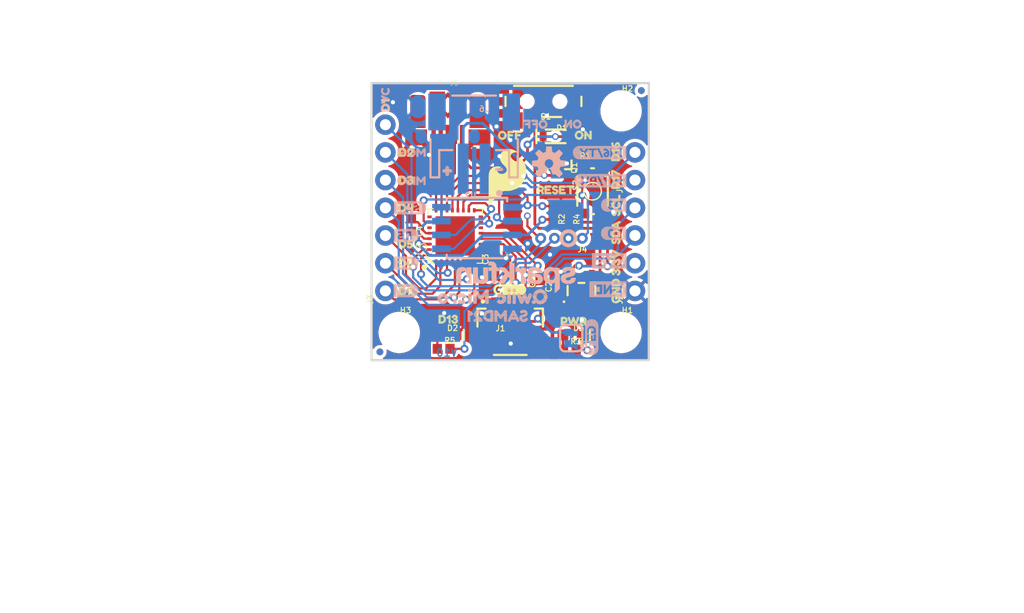
<source format=kicad_pcb>
(kicad_pcb (version 20221018) (generator pcbnew)
  (layers (0 "F.Cu" signal) (1 "In1.Cu" signal) (2 "In2.Cu" signal) (31 "B.Cu" signal) (34 "B.Paste" user) (35 "F.Paste" user) (36 "B.SilkS" user "B.Silkscreen") (37 "F.SilkS" user "F.Silkscreen") (38 "B.Mask" user) (39 "F.Mask" user) (44 "Edge.Cuts" user))
  (net 0 "")
  (net 1 "GND")
  (net 2 "DAC")
  (net 3 "~{RESET}")
  (net 4 "SWDIO")
  (net 5 "SWCLK")
  (net 6 "D+")
  (net 7 "D-")
  (net 8 "SCL")
  (net 9 "SDA")
  (net 10 "RX")
  (net 11 "TX")
  (net 12 "D7")
  (net 13 "3.3V")
  (net 14 "MOSI")
  (net 15 "MISO")
  (net 16 "SCK")
  (net 17 "FLASH_MOSI")
  (net 18 "FLASH_SCK")
  (net 19 "FLASH_MISO")
  (net 20 "VIN")
  (net 21 "D5")
  (net 22 "FLASH_CS")
  (net 23 "VDDCORE")
  (net 24 "D13")
  (net 25 "VIN1")
  (net 26 "V_BATT")
  (net 27 "V_USB")
  (net 28 "N$1")
  (net 29 "N$2")
  (net 30 "N$4")
  (net 31 "D6")
  (footprint "working:1X07_NO_SILK" (layer "F.Cu") (at 137.0711 111.3536 90)
    (fp_text reference "J3")
    (fp_text value "")
  )
  (footprint "working:D41" (layer "F.Cu") (at 137.5791 103.7336)
    (fp_text reference "U$37" hide)
    (fp_text value "" hide)
  )
  (footprint "working:D52" (layer "F.Cu") (at 137.5918 107.0356)
    (fp_text reference "U$38" hide)
    (fp_text value "" hide)
  )
  (footprint "working:1X02_NO_SILK" (layer "F.Cu") (at 159.9311 101.1936 90)
    (fp_text reference "J7")
    (fp_text value "")
  )
  (footprint "working:JST04_1MM_RA" (layer "F.Cu") (at 148.5011 112.6236)
    (fp_text reference "J1")
    (fp_text value "QWIIC_RIGHT_ANGLE")
  )
  (footprint "working:ON12" (layer "F.Cu") (at 153.7208 97.0661)
    (fp_text reference "U$46" hide)
    (fp_text value "" hide)
  )
  (footprint "working:0603" (layer "F.Cu") (at 147.0025 109.0168 90)
    (fp_text reference "C3")
    (fp_text value "10uF")
  )
  (footprint "working:SOT23-3" (layer "F.Cu") (at 152.7175 99.4918 180)
    (fp_text reference "Q1")
    (fp_text value "3.1A/30V/105mΩ")
  )
  (footprint "working:PWR16" (layer "F.Cu") (at 152.4381 114.1349)
    (fp_text reference "U$47" hide)
    (fp_text value "" hide)
  )
  (footprint "working:LED-0603" (layer "F.Cu") (at 142.6591 115.3922)
    (fp_text reference "D2")
    (fp_text value "BLUE")
  )
  (footprint "working:SFE_LOGO_FLAME_.2" (layer "F.Cu") (at 148.2471 100.9396)
    (fp_text reference "LOGO2" hide)
    (fp_text value "SFE_LOGO_FLAME.2_INCH" hide)
  )
  (footprint "working:CREATIVE_COMMONS" (layer "F.Cu") (at 122.0851 137.7696)
    (fp_text reference "FRAME1" hide)
    (fp_text value "FRAME-LETTER" hide)
  )
  (footprint "working:0402" (layer "F.Cu") (at 155.9306 98.2091 180)
    (fp_text reference "R1")
    (fp_text value "10k")
  )
  (footprint "working:D33" (layer "F.Cu") (at 137.5791 101.1936)
    (fp_text reference "U$36" hide)
    (fp_text value "" hide)
  )
  (footprint "working:STAND-OFF" (layer "F.Cu") (at 138.3411 115.1636)
    (fp_text reference "H3")
    (fp_text value "STAND-OFF")
  )
  (footprint "working:TP_15TH" (layer "F.Cu") (at 150.0759 104.4702)
    (fp_text reference "TP3" hide)
    (fp_text value "TEST-POINTTP_15TH_THRU" hide)
  )
  (footprint "working:D177" (layer "F.Cu") (at 158.1531 102.7176 90)
    (fp_text reference "U$8" hide)
    (fp_text value "" hide)
  )
  (footprint "working:D166" (layer "F.Cu") (at 158.1531 100.1776 90)
    (fp_text reference "U$7" hide)
    (fp_text value "" hide)
  )
  (footprint "working:LED-0603" (layer "F.Cu") (at 154.2161 115.3922)
    (fp_text reference "D3")
    (fp_text value "RED")
  )
  (footprint "working:SOD-323" (layer "F.Cu") (at 152.6667 97.1804)
    (fp_text reference "D1")
    (fp_text value "1A/23V/620mV")
  )
  (footprint "working:1X04_NO_SILK" (layer "F.Cu") (at 159.9311 111.3536 90)
    (fp_text reference "J2")
    (fp_text value "")
  )
  (footprint "working:FIDUCIAL-MICRO" (layer "F.Cu") (at 160.5153 92.9894)
    (fp_text reference "FD3" hide)
    (fp_text value "FIDUCIALUFIDUCIAL" hide)
  )
  (footprint "working:TP_15TH" (layer "F.Cu") (at 151.6253 100.7618)
    (fp_text reference "TP2" hide)
    (fp_text value "TEST-POINTTP_15TH_THRU" hide)
  )
  (footprint "working:GND11" (layer "F.Cu") (at 158.1785 113.1824 90)
    (fp_text reference "U$44" hide)
    (fp_text value "" hide)
  )
  (footprint "working:0603" (layer "F.Cu") (at 151.2951 111.125 90)
    (fp_text reference "C1")
    (fp_text value "10uF")
  )
  (footprint "working:D21" (layer "F.Cu") (at 137.5791 98.6536)
    (fp_text reference "U$28" hide)
    (fp_text value "" hide)
  )
  (footprint "working:D136" (layer "F.Cu") (at 141.2113 113.9444)
    (fp_text reference "U$29" hide)
    (fp_text value "" hide)
  )
  (footprint "working:STAND-OFF" (layer "F.Cu") (at 158.6611 94.8436)
    (fp_text reference "H2")
    (fp_text value "STAND-OFF")
  )
  (footprint "working:RESET0" (layer "F.Cu") (at 150.2537 102.0826)
    (fp_text reference "U$21" hide)
    (fp_text value "" hide)
  )
  (footprint "working:D12" (layer "F.Cu") (at 137.0711 95.6056 90)
    (fp_text reference "U$6" hide)
    (fp_text value "" hide)
  )
  (footprint "working:SDA9" (layer "F.Cu") (at 158.1785 107.7722 90)
    (fp_text reference "U$50" hide)
    (fp_text value "" hide)
  )
  (footprint "working:D75" (layer "F.Cu") (at 137.5791 111.3536)
    (fp_text reference "U$12" hide)
    (fp_text value "" hide)
  )
  (footprint "working:OFF13" (layer "F.Cu") (at 146.685 97.0788)
    (fp_text reference "U$45" hide)
    (fp_text value "" hide)
  )
  (footprint "working:3#3V10" (layer "F.Cu") (at 158.1785 110.6424 90)
    (fp_text reference "U$5" hide)
    (fp_text value "" hide)
  )
  (footprint "working:0402" (layer "F.Cu") (at 153.8351 104.2162 -90)
    (fp_text reference "R4")
    (fp_text value "10k")
  )
  (footprint "working:SOT23-5" (layer "F.Cu") (at 155.0289 111.3282)
    (fp_text reference "U1")
    (fp_text value "3.3V")
  )
  (footprint "working:FIDUCIAL-MICRO" (layer "F.Cu") (at 136.5631 116.9416)
    (fp_text reference "FD2" hide)
    (fp_text value "FIDUCIALUFIDUCIAL" hide)
  )
  (footprint "working:SWITCH_SPST_SMD_A" (layer "F.Cu") (at 151.5491 93.98)
    (fp_text reference "S1")
    (fp_text value "")
  )
  (footprint "working:D65" (layer "F.Cu") (at 137.5791 108.8136)
    (fp_text reference "U$39" hide)
    (fp_text value "" hide)
  )
  (footprint "working:TACTILE_SWITCH_SMD_4.6X2.8MM" (layer "F.Cu") (at 156.0449 102.2096 90)
    (fp_text reference "S2")
    (fp_text value "MOMENTARY-SWITCH-SPST-SMD-4.6X2.8MM")
  )
  (footprint "working:STAND-OFF" (layer "F.Cu") (at 158.6611 115.1636)
    (fp_text reference "H1")
    (fp_text value "STAND-OFF")
  )
  (footprint "working:QFN-32_SAMD" (layer "F.Cu") (at 143.4211 106.2736 90)
    (fp_text reference "U3")
    (fp_text value "ATSAMD21E18A-U")
  )
  (footprint "working:0402" (layer "F.Cu") (at 153.9621 116.7384)
    (fp_text reference "R3")
    (fp_text value "1K")
  )
  (footprint "working:QWIIC_3MM" (layer "F.Cu") (at 148.463 111.2393)
    (fp_text reference "LOGO4" hide)
    (fp_text value "QWIIC_LOGO_3MM" hide)
  )
  (footprint "working:TP_15TH" (layer "F.Cu") (at 152.6413 97.2058)
    (fp_text reference "TP1" hide)
    (fp_text value "TEST-POINTTP_15TH_THRU" hide)
  )
  (footprint "working:1X04_1.27MM_NO_SILK" (layer "F.Cu") (at 155.1051 106.5276 180)
    (fp_text reference "J4")
    (fp_text value "")
  )
  (footprint "working:0402" (layer "F.Cu") (at 152.7937 111.5314 90)
    (fp_text reference "C2")
    (fp_text value "1.0uF")
  )
  (footprint "working:USB-MICROB-PTH-MILL" (layer "F.Cu") (at 142.7861 97.0026 180)
    (fp_text reference "J5")
    (fp_text value "")
  )
  (footprint "working:0402" (layer "F.Cu") (at 142.4051 116.6622)
    (fp_text reference "R5")
    (fp_text value "1K")
  )
  (footprint "working:SCL8" (layer "F.Cu") (at 158.1785 105.1814 90)
    (fp_text reference "U$49" hide)
    (fp_text value "" hide)
  )
  (footprint "working:0402" (layer "F.Cu") (at 152.4635 104.2162 -90)
    (fp_text reference "R2")
    (fp_text value "10k")
  )
  (footprint "working:0402" (layer "F.Cu") (at 139.428218 105.316022 -90)
    (fp_text reference "C4")
    (fp_text value "1.0uF")
  )
  (footprint "working:OSHW-LOGO-S" (layer "B.Cu") (at 152.0571 99.6696 180)
    (fp_text reference "LOGO3" hide)
    (fp_text value "OSHW-LOGOS" hide)
  )
  (footprint "working:QWIIC2" (layer "B.Cu") (at 153.0731 111.8616 180)
    (fp_text reference "U$10" hide)
    (fp_text value "" hide)
  )
  (footprint "working:D61" (layer "B.Cu") (at 140.1699 108.8136 180)
    (fp_text reference "U$26" hide)
    (fp_text value "" hide)
  )
  (footprint "working:FIDUCIAL-MICRO" (layer "B.Cu") (at 136.5631 116.9416 180)
    (fp_text reference "FD4" hide)
    (fp_text value "FIDUCIALUFIDUCIAL" hide)
  )
  (footprint "working:MISO0" (layer "B.Cu") (at 141.478 101.2444 180)
    (fp_text reference "U$14" hide)
    (fp_text value "" hide)
  )
  (footprint "working:D00" (layer "B.Cu") (at 159.5247 106.0704 180)
    (fp_text reference "U$1" hide)
    (fp_text value "" hide)
  )
  (footprint "working:SOIC-8" (layer "B.Cu") (at 145.4531 105.5878 -90)
    (fp_text reference "U2")
    (fp_text value "W25Q32FV")
  )
  (footprint "working:MICRO2" (layer "B.Cu") (at 147.7391 111.8616 180)
    (fp_text reference "U$23" hide)
    (fp_text value "" hide)
  )
  (footprint "working:LED1" (layer "B.Cu") (at 155.9687 117.3099 90)
    (fp_text reference "U$24" hide)
    (fp_text value "" hide)
  )
  (footprint "working:ON12" (layer "B.Cu") (at 155.7274 96.0501 180)
    (fp_text reference "U$18" hide)
    (fp_text value "" hide)
  )
  (footprint "working:OFF13" (layer "B.Cu") (at 152.6032 96.0628 180)
    (fp_text reference "U$19" hide)
    (fp_text value "" hide)
  )
  (footprint "working:JST-2-SMD" (layer "B.Cu") (at 145.1991 96.4438 180)
    (fp_text reference "J6")
    (fp_text value "")
  )
  (footprint "working:#23" (layer "B.Cu") (at 149.0091 99.9236 180)
    (fp_text reference "U$3" hide)
    (fp_text value "" hide)
  )
  (footprint "working:SAMD213" (layer "B.Cu") (at 151.0411 113.6396 180)
    (fp_text reference "U$15" hide)
    (fp_text value "" hide)
  )
  (footprint "working:SCK7" (layer "B.Cu") (at 141.0335 103.7336 180)
    (fp_text reference "U$20" hide)
    (fp_text value "" hide)
  )
  (footprint "working:FIDUCIAL-MICRO" (layer "B.Cu") (at 160.5153 92.9894 180)
    (fp_text reference "FD1" hide)
    (fp_text value "FIDUCIALUFIDUCIAL" hide)
  )
  (footprint "working:D72" (layer "B.Cu") (at 140.1699 111.3282 180)
    (fp_text reference "U$27" hide)
    (fp_text value "" hide)
  )
  (footprint "working:D16#TX4" (layer "B.Cu") (at 159.4993 98.679 180)
    (fp_text reference "U$9" hide)
    (fp_text value "" hide)
  )
  (footprint "working:MOSI2" (layer "B.Cu") (at 141.4907 98.6536 180)
    (fp_text reference "U$16" hide)
    (fp_text value "" hide)
  )
  (footprint "working:3V3-03" (layer "B.Cu") (at 159.6263 108.6104 180)
    (fp_text reference "U$17" hide)
    (fp_text value "" hide)
  )
  (footprint "working:DAC1" (layer "B.Cu") (at 137.0711 95.6056 90)
    (fp_text reference "U$13" hide)
    (fp_text value "" hide)
  )
  (footprint "working:SFE_LOGO_NAME_.1" (layer "B.Cu") (at 149.0091 110.0836 180)
    (fp_text reference "LOGO1" hide)
    (fp_text value "SFE_LOGO_NAME.1_INCH" hide)
  )
  (footprint "working:#24" (layer "B.Cu") (at 144.3101 100.1776 180)
    (fp_text reference "U$4" hide)
    (fp_text value "" hide)
  )
  (footprint "working:D50" (layer "B.Cu") (at 140.1699 106.2736 180)
    (fp_text reference "U$25" hide)
    (fp_text value "" hide)
  )
  (footprint "working:D85" (layer "B.Cu") (at 159.4993 103.4796 180)
    (fp_text reference "U$22" hide)
    (fp_text value "" hide)
  )
  (footprint "working:GND-03" (layer "B.Cu") (at 159.5755 111.2012 180)
    (fp_text reference "U$2" hide)
    (fp_text value "" hide)
  )
  (footprint "working:D17#RX3" (layer "B.Cu") (at 159.4993 101.2444 180)
    (fp_text reference "U$11" hide)
    (fp_text value "" hide)
  )
  (footprint "working:SMT-JUMPER_2_NC_TRACE_SILK" (layer "B.Cu") (at 154.0891 115.6716 90)
    (fp_text reference "JP1")
    (fp_text value "LED")
  )
  (gr_circle (center 153.8351 106.5276) (end 154.4955 106.5276) (stroke (width 0.3048)) (fill none) (layer "B.SilkS"))
  (gr_circle (center 153.8351 106.5276) (end 154.478175 106.5276) (stroke (width 0.3048)) (fill none) (layer "F.SilkS"))
  (gr_line (start 161.2011 117.7036) (end 161.2011 92.3036) (stroke (width 0.2032)) (layer "Edge.Cuts"))
  (gr_line (start 135.8011 117.7036) (end 161.2011 117.7036) (stroke (width 0.2032)) (layer "Edge.Cuts"))
  (gr_line (start 161.2011 92.3036) (end 135.8011 92.3036) (stroke (width 0.2032)) (layer "Edge.Cuts"))
  (gr_line (start 135.8011 92.3036) (end 135.8011 117.7036) (stroke (width 0.2032)) (layer "Edge.Cuts"))
  (gr_text "V10" (at 143.7259 117.4242) (layer "B.Cu") (effects (font (size 0.69088 0.69088) (thickness 0.12192)) (justify left bottom mirror)))
  (segment (start 139.428218 104.736022) (end 139.726278 105.034082) (width 0.254) (layer "F.Cu") (net 1))
  (segment (start 143.4611 106.3136) (end 142.1471 106.3136) (width 0.2032) (layer "F.Cu") (net 1))
  (segment (start 145.1991 107.5636) (end 145.8111 107.5636) (width 0.2032) (layer "F.Cu") (net 1))
  (segment (start 140.014959 105.034082) (end 140.190218 105.209341) (width 0.2032) (layer "F.Cu") (net 1))
  (segment (start 140.190218 105.209341) (end 140.190218 105.468419) (width 0.2032) (layer "F.Cu") (net 1))
  (segment (start 143.4611 106.3136) (end 143.9491 106.3136) (width 0.2032) (layer "F.Cu") (net 1))
  (segment (start 139.726278 105.034082) (end 140.014959 105.034082) (width 0.2032) (layer "F.Cu") (net 1))
  (segment (start 147.0025 108.1668) (end 146.3993 107.5636) (width 0.254) (layer "F.Cu") (net 1))
  (segment (start 142.1471 106.3136) (end 141.8971 106.0636) (width 0.2032) (layer "F.Cu") (net 1))
  (segment (start 143.9491 106.3136) (end 145.1991 107.5636) (width 0.2032) (layer "F.Cu") (net 1))
  (segment (start 140.7854 106.0636) (end 140.190218 105.468419) (width 0.2032) (layer "F.Cu") (net 1))
  (segment (start 141.1111 106.0636) (end 140.7854 106.0636) (width 0.2032) (layer "F.Cu") (net 1))
  (segment (start 146.3993 107.5636) (end 145.8111 107.5636) (width 0.254) (layer "F.Cu") (net 1))
  (segment (start 141.8971 106.0636) (end 141.1111 106.0636) (width 0.2032) (layer "F.Cu") (net 1))
  (via (at 142.4559 113.3856) (size 0.7366) (drill 0.381) (layers "F.Cu" "B.Cu") (net 1))
  (via (at 137.7569 94.0562) (size 0.7366) (drill 0.381) (layers "F.Cu" "B.Cu") (net 1))
  (via (at 150.1013 107.0102) (size 0.7366) (drill 0.381) (layers "F.Cu" "B.Cu") (net 1))
  (via (at 151.8539 95.2754) (size 0.7366) (drill 0.381) (layers "F.Cu" "B.Cu") (net 1))
  (via (at 157.9499 104.1146) (size 0.7366) (drill 0.381) (layers "F.Cu" "B.Cu") (net 1))
  (via (at 145.9103 113.411) (size 0.7366) (drill 0.381) (layers "F.Cu" "B.Cu") (net 1))
  (via (at 147.2438 96.2787) (size 0.7366) (drill 0.381) (layers "F.Cu" "B.Cu") (net 1))
  (via (at 148.5138 97.5233) (size 0.7366) (drill 0.381) (layers "F.Cu" "B.Cu") (net 1))
  (via (at 147.5232 98.9965) (size 0.7366) (drill 0.381) (layers "F.Cu" "B.Cu") (net 1))
  (via (at 152.146 108.0262) (size 0.7366) (drill 0.381) (layers "F.Cu" "B.Cu") (net 1))
  (via (at 155.067 114.0206) (size 0.7366) (drill 0.381) (layers "F.Cu" "B.Cu") (net 1))
  (via (at 153.6954 99.6696) (size 0.7366) (drill 0.381) (layers "F.Cu" "B.Cu") (net 1))
  (via (at 141.0589 98.8822) (size 0.7366) (drill 0.381) (layers "F.Cu" "B.Cu") (net 1))
  (via (at 148.1201 108.3564) (size 0.7366) (drill 0.381) (layers "F.Cu" "B.Cu") (net 1))
  (via (at 155.1559 96.5454) (size 0.7366) (drill 0.381) (layers "F.Cu" "B.Cu") (net 1))
  (via (at 145.9103 110.109) (size 0.7366) (drill 0.381) (layers "F.Cu" "B.Cu") (net 1))
  (via (at 148.5519 116.1796) (size 0.7366) (drill 0.381) (layers "F.Cu" "B.Cu") (net 1))
  (via (at 153.1366 109.601) (size 0.7366) (drill 0.381) (layers "F.Cu" "B.Cu") (net 1))
  (segment (start 142.7734 109.6899) (end 142.7111 109.6276) (width 0.2032) (layer "F.Cu") (net 2))
  (segment (start 142.7111 108.6636) (end 142.7111 109.6276) (width 0.2032) (layer "F.Cu") (net 2))
  (via (at 142.7734 109.6899) (size 0.7366) (drill 0.381) (layers "F.Cu" "B.Cu") (net 2))
  (segment (start 139.4587 98.5012) (end 137.0711 96.1136) (width 0.2032) (layer "B.Cu") (net 2))
  (segment (start 139.4587 107.300713) (end 141.873287 109.7153) (width 0.2032) (layer "B.Cu") (net 2))
  (segment (start 142.748 109.7153) (end 142.7734 109.6899) (width 0.2032) (layer "B.Cu") (net 2))
  (segment (start 141.873287 109.7153) (end 142.748 109.7153) (width 0.2032) (layer "B.Cu") (net 2))
  (segment (start 139.4587 107.300713) (end 139.4587 98.5012) (width 0.2032) (layer "B.Cu") (net 2))
  (segment (start 154.6099 104.2596) (end 155.2449 104.2596) (width 0.2032) (layer "F.Cu") (net 3))
  (segment (start 140.7125 105.0636) (end 141.1111 105.0636) (width 0.2032) (layer "F.Cu") (net 3))
  (segment (start 154.2659 103.9156) (end 154.1145 103.9156) (width 0.2032) (layer "F.Cu") (net 3))
  (segment (start 140.5763 104.9274) (end 140.7125 105.0636) (width 0.2032) (layer "F.Cu") (net 3))
  (segment (start 153.8351 103.6362) (end 154.1145 103.9156) (width 0.2032) (layer "F.Cu") (net 3))
  (segment (start 155.1051 102.5906) (end 155.1051 100.2994) (width 0.2032) (layer "F.Cu") (net 3))
  (segment (start 155.1051 100.2994) (end 155.2449 100.1596) (width 0.2032) (layer "F.Cu") (net 3))
  (segment (start 140.5763 104.9274) (end 140.5763 103.0478) (width 0.2032) (layer "F.Cu") (net 3))
  (segment (start 154.6099 104.2596) (end 154.2659 103.9156) (width 0.2032) (layer "F.Cu") (net 3))
  (segment (start 155.1051 102.5906) (end 155.1051 104.1198) (width 0.2032) (layer "F.Cu") (net 3))
  (segment (start 155.1051 104.1198) (end 155.2449 104.2596) (width 0.2032) (layer "F.Cu") (net 3))
  (via (at 140.5763 103.0478) (size 0.7366) (drill 0.381) (layers "F.Cu" "B.Cu") (net 3))
  (via (at 155.1051 102.5906) (size 0.7366) (drill 0.381) (layers "F.Cu" "B.Cu") (net 3))
  (segment (start 155.6131 102.9462) (end 155.2575 102.5906) (width 0.2032) (layer "B.Cu") (net 3))
  (segment (start 155.6131 106.0196) (end 155.6131 102.9462) (width 0.2032) (layer "B.Cu") (net 3))
  (segment (start 155.1051 106.5276) (end 155.6131 106.0196) (width 0.2032) (layer "B.Cu") (net 3))
  (segment (start 149.606 102.9716) (end 150.0251 102.5525) (width 0.2032) (layer "B.Cu") (net 3))
  (segment (start 140.5763 103.0478) (end 140.6525 102.9716) (width 0.2032) (layer "B.Cu") (net 3))
  (segment (start 140.6525 102.9716) (end 149.606 102.9716) (width 0.2032) (layer "B.Cu") (net 3))
  (segment (start 155.067 102.5525) (end 150.0251 102.5525) (width 0.2032) (layer "B.Cu") (net 3))
  (segment (start 155.2575 102.5906) (end 155.1051 102.5906) (width 0.2032) (layer "B.Cu") (net 3))
  (segment (start 155.1051 102.5906) (end 155.067 102.5525) (width 0.2032) (layer "B.Cu") (net 3))
  (segment (start 151.2951 106.5276) (end 151.1808 106.5276) (width 0.2032) (layer "F.Cu") (net 4))
  (segment (start 150.0759 104.4702) (end 150.0759 105.4227) (width 0.2032) (layer "F.Cu") (net 4))
  (segment (start 140.335 108.3437) (end 140.335 109.8169) (width 0.2032) (layer "F.Cu") (net 4))
  (segment (start 140.6151 108.0636) (end 141.1111 108.0636) (width 0.2032) (layer "F.Cu") (net 4))
  (segment (start 140.335 108.3437) (end 140.6151 108.0636) (width 0.2032) (layer "F.Cu") (net 4))
  (segment (start 151.1808 106.5276) (end 150.0759 105.4227) (width 0.2032) (layer "F.Cu") (net 4))
  (via (at 140.335 109.8169) (size 0.7366) (drill 0.381) (layers "F.Cu" "B.Cu") (net 4))
  (segment (start 149.1234 108.4072) (end 146.6088 110.9218) (width 0.2032) (layer "B.Cu") (net 4))
  (segment (start 151.2951 107.0356) (end 151.2951 106.5276) (width 0.2032) (layer "B.Cu") (net 4))
  (segment (start 140.9573 110.9218) (end 146.6088 110.9218) (width 0.2032) (layer "B.Cu") (net 4))
  (segment (start 140.335 109.8169) (end 140.335 110.2995) (width 0.2032) (layer "B.Cu") (net 4))
  (segment (start 149.9235 108.4072) (end 149.1234 108.4072) (width 0.2032) (layer "B.Cu") (net 4))
  (segment (start 149.9235 108.4072) (end 151.2951 107.0356) (width 0.2032) (layer "B.Cu") (net 4))
  (segment (start 140.335 110.2995) (end 140.9573 110.9218) (width 0.2032) (layer "B.Cu") (net 4))
  (segment (start 140.4801 107.5636) (end 141.1111 107.5636) (width 0.2032) (layer "F.Cu") (net 5))
  (segment (start 139.6111 108.4326) (end 140.4801 107.5636) (width 0.2032) (layer "F.Cu") (net 5))
  (segment (start 139.6111 108.4326) (end 139.6111 109.1438) (width 0.2032) (layer "F.Cu") (net 5))
  (via (at 139.6111 109.1438) (size 0.7366) (drill 0.381) (layers "F.Cu" "B.Cu") (net 5))
  (segment (start 140.7795 111.3028) (end 146.7739 111.3028) (width 0.2032) (layer "B.Cu") (net 5))
  (segment (start 146.7739 111.3028) (end 149.2885 108.7882) (width 0.2032) (layer "B.Cu") (net 5))
  (segment (start 139.6111 109.1438) (end 139.6111 110.1344) (width 0.2032) (layer "B.Cu") (net 5))
  (segment (start 150.3045 108.7882) (end 152.5651 106.5276) (width 0.2032) (layer "B.Cu") (net 5))
  (segment (start 149.2885 108.7882) (end 150.3045 108.7882) (width 0.2032) (layer "B.Cu") (net 5))
  (segment (start 139.6111 110.1344) (end 140.7795 111.3028) (width 0.2032) (layer "B.Cu") (net 5))
  (segment (start 141.7111 101.5066) (end 141.7111 103.9636) (width 0.2032) (layer "F.Cu") (net 6))
  (segment (start 141.7111 101.5066) (end 142.7861 100.4316) (width 0.2032) (layer "F.Cu") (net 6))
  (segment (start 142.7861 100.4316) (end 142.7861 97.0026) (width 0.2032) (layer "F.Cu") (net 6))
  (segment (start 143.4361 100.5586) (end 142.2111 101.7836) (width 0.2032) (layer "F.Cu") (net 7))
  (segment (start 143.4361 97.0026) (end 143.4361 100.5586) (width 0.2032) (layer "F.Cu") (net 7))
  (segment (start 142.2111 101.7836) (end 142.2111 103.9636) (width 0.2032) (layer "F.Cu") (net 7))
  (segment (start 149.9108 112.5333) (end 149.9108 109.8931) (width 0.2032) (layer "F.Cu") (net 8))
  (segment (start 150.0011 112.6236) (end 149.9108 112.5333) (width 0.2032) (layer "F.Cu") (net 8))
  (segment (start 149.9108 109.8931) (end 149.9108 108.5469) (width 0.2032) (layer "F.Cu") (net 8))
  (segment (start 149.9108 108.5469) (end 147.9275 106.5636) (width 0.2032) (layer "F.Cu") (net 8))
  (segment (start 147.9275 106.5636) (end 145.8111 106.5636) (width 0.2032) (layer "F.Cu") (net 8))
  (via (at 149.9108 109.8931) (size 0.7366) (drill 0.381) (layers "F.Cu" "B.Cu") (net 8))
  (segment (start 149.9108 109.8931) (end 151.3586 109.8931) (width 0.2032) (layer "B.Cu") (net 8))
  (segment (start 158.369 107.5436) (end 158.369 105.2957) (width 0.2032) (layer "B.Cu") (net 8))
  (segment (start 158.369 107.5436) (end 157.9118 108.0008) (width 0.2032) (layer "B.Cu") (net 8))
  (segment (start 153.2509 108.0008) (end 157.9118 108.0008) (width 0.2032) (layer "B.Cu") (net 8))
  (segment (start 151.3586 109.8931) (end 153.2509 108.0008) (width 0.2032) (layer "B.Cu") (net 8))
  (segment (start 158.369 105.2957) (end 159.9311 103.7336) (width 0.2032) (layer "B.Cu") (net 8))
  (segment (start 149.0011 112.6236) (end 149.0011 110.5916) (width 0.2032) (layer "F.Cu") (net 9))
  (segment (start 147.8687 107.0636) (end 145.8111 107.0636) (width 0.2032) (layer "F.Cu") (net 9))
  (segment (start 149.0011 108.196) (end 149.0011 110.5916) (width 0.2032) (layer "F.Cu") (net 9))
  (segment (start 149.0011 108.196) (end 147.8687 107.0636) (width 0.2032) (layer "F.Cu") (net 9))
  (via (at 149.0011 110.5916) (size 0.7366) (drill 0.381) (layers "F.Cu" "B.Cu") (net 9))
  (segment (start 158.0769 108.3818) (end 159.9311 106.5276) (width 0.2032) (layer "B.Cu") (net 9))
  (segment (start 149.0011 110.5916) (end 151.2189 110.5916) (width 0.2032) (layer "B.Cu") (net 9))
  (segment (start 153.4287 108.3818) (end 158.0769 108.3818) (width 0.2032) (layer "B.Cu") (net 9))
  (segment (start 159.9311 106.2736) (end 159.9311 106.5276) (width 0.2032) (layer "B.Cu") (net 9))
  (segment (start 151.2189 110.5916) (end 153.4287 108.3818) (width 0.2032) (layer "B.Cu") (net 9))
  (segment (start 143.9037 100.8126) (end 142.7111 102.0052) (width 0.2032) (layer "F.Cu") (net 10))
  (segment (start 143.9037 100.8126) (end 149.7076 100.8126) (width 0.2032) (layer "F.Cu") (net 10))
  (segment (start 142.7111 102.0052) (end 142.7111 103.9636) (width 0.2032) (layer "F.Cu") (net 10))
  (via (at 149.7076 100.8126) (size 0.7366) (drill 0.381) (layers "F.Cu" "B.Cu") (net 10))
  (segment (start 149.7076 100.8126) (end 149.9235 100.8126) (width 0.2032) (layer "B.Cu") (net 10))
  (segment (start 157.1371 101.4476) (end 159.9311 98.6536) (width 0.2032) (layer "B.Cu") (net 10))
  (segment (start 150.5585 101.4476) (end 149.9235 100.8126) (width 0.2032) (layer "B.Cu") (net 10))
  (segment (start 150.5585 101.4476) (end 157.1371 101.4476) (width 0.2032) (layer "B.Cu") (net 10))
  (segment (start 143.9291 101.473) (end 148.6662 101.473) (width 0.2032) (layer "F.Cu") (net 11))
  (segment (start 143.2111 102.191) (end 143.2111 103.9636) (width 0.2032) (layer "F.Cu") (net 11))
  (segment (start 148.6662 101.473) (end 148.6789 101.4603) (width 0.2032) (layer "F.Cu") (net 11))
  (segment (start 143.9291 101.473) (end 143.2111 102.191) (width 0.2032) (layer "F.Cu") (net 11))
  (via (at 148.6789 101.4603) (size 0.7366) (drill 0.381) (layers "F.Cu" "B.Cu") (net 11))
  (segment (start 150.3934 101.8413) (end 150.0124 101.4603) (width 0.2032) (layer "B.Cu") (net 11))
  (segment (start 159.9311 101.1936) (end 158.1531 101.1936) (width 0.2032) (layer "B.Cu") (net 11))
  (segment (start 150.0124 101.4603) (end 148.6789 101.4603) (width 0.2032) (layer "B.Cu") (net 11))
  (segment (start 157.5054 101.8413) (end 150.3934 101.8413) (width 0.2032) (layer "B.Cu") (net 11))
  (segment (start 158.1531 101.1936) (end 157.5054 101.8413) (width 0.2032) (layer "B.Cu") (net 11))
  (segment (start 142.0749 112.1283) (end 137.8458 112.1283) (width 0.2032) (layer "F.Cu") (net 12))
  (segment (start 143.4338 109.5248) (end 143.4338 110.7694) (width 0.2032) (layer "F.Cu") (net 12))
  (segment (start 143.4338 110.7694) (end 142.0749 112.1283) (width 0.2032) (layer "F.Cu") (net 12))
  (segment (start 143.7111 109.2475) (end 143.7111 108.6636) (width 0.2032) (layer "F.Cu") (net 12))
  (segment (start 137.8458 112.1283) (end 137.0711 111.3536) (width 0.2032) (layer "F.Cu") (net 12))
  (segment (start 143.4338 109.5248) (end 143.7111 109.2475) (width 0.2032) (layer "F.Cu") (net 12))
  (segment (start 151.2951 113.6396) (end 151.0411 113.8936) (width 0.254) (layer "F.Cu") (net 13))
  (segment (start 148.0011 113.7746) (end 148.3741 114.1476) (width 0.254) (layer "F.Cu") (net 13))
  (segment (start 154.4447 109.0422) (end 154.0789 109.408) (width 0.254) (layer "F.Cu") (net 13))
  (segment (start 153.1281 112.1114) (end 154.0789 111.1606) (width 0.254) (layer "F.Cu") (net 13))
  (segment (start 156.4259 105.0544) (end 157.4165 106.045) (width 0.254) (layer "F.Cu") (net 13))
  (segment (start 140.4187 107.0102) (end 140.4721 107.0636) (width 0.254) (layer "F.Cu") (net 13))
  (segment (start 152.7937 112.1114) (end 153.1281 112.1114) (width 0.254) (layer "F.Cu") (net 13))
  (segment (start 145.8111 108.0636) (end 145.8111 108.6754) (width 0.254) (layer "F.Cu") (net 13))
  (segment (start 154.0933 105.0544) (end 153.8351 104.7962) (width 0.254) (layer "F.Cu") (net 13))
  (segment (start 145.8111 108.6754) (end 147.0025 109.8668) (width 0.254) (layer "F.Cu") (net 13))
  (segment (start 152.4635 104.7962) (end 151.4771 104.7962) (width 0.254) (layer "F.Cu") (net 13))
  (segment (start 151.4475 104.8258) (end 151.4771 104.7962) (width 0.254) (layer "F.Cu") (net 13))
  (segment (start 154.0789 109.408) (end 154.0789 110.0281) (width 0.254) (layer "F.Cu") (net 13))
  (segment (start 150.7871 114.1476) (end 151.0411 113.8936) (width 0.254) (layer "F.Cu") (net 13))
  (segment (start 154.8003 109.0422) (end 154.4447 109.0422) (width 0.254) (layer "F.Cu") (net 13))
  (segment (start 148.0011 112.6236) (end 148.0011 113.7746) (width 0.254) (layer "F.Cu") (net 13))
  (segment (start 157.4165 106.045) (end 157.4165 109.0803) (width 0.254) (layer "F.Cu") (net 13))
  (segment (start 151.2951 111.975) (end 151.2951 113.6396) (width 0.254) (layer "F.Cu") (net 13))
  (segment (start 154.0789 111.1606) (end 154.0789 110.0281) (width 0.254) (layer "F.Cu") (net 13))
  (segment (start 140.4721 107.0636) (end 141.1111 107.0636) (width 0.254) (layer "F.Cu") (net 13))
  (segment (start 151.2951 111.975) (end 151.4315 112.1114) (width 0.254) (layer "F.Cu") (net 13))
  (segment (start 156.4259 105.0544) (end 154.0933 105.0544) (width 0.254) (layer "F.Cu") (net 13))
  (segment (start 140.4187 107.0102) (end 140.1191 107.0102) (width 0.254) (layer "F.Cu") (net 13))
  (segment (start 153.8351 104.7962) (end 152.4635 104.7962) (width 0.254) (layer "F.Cu") (net 13))
  (segment (start 148.0011 110.8654) (end 147.0025 109.8668) (width 0.254) (layer "F.Cu") (net 13))
  (segment (start 152.7937 112.1114) (end 151.4315 112.1114) (width 0.254) (layer "F.Cu") (net 13))
  (segment (start 148.3741 114.1476) (end 150.7871 114.1476) (width 0.254) (layer "F.Cu") (net 13))
  (segment (start 148.0011 112.6236) (end 148.0011 110.8654) (width 0.254) (layer "F.Cu") (net 13))
  (via (at 154.8003 109.0422) (size 0.7366) (drill 0.381) (layers "F.Cu" "B.Cu") (net 13))
  (via (at 151.0411 113.8936) (size 0.7366) (drill 0.381) (layers "F.Cu" "B.Cu") (net 13))
  (via (at 140.1191 107.0102) (size 0.7366) (drill 0.381) (layers "F.Cu" "B.Cu") (net 13))
  (via (at 151.4475 104.8258) (size 0.7366) (drill 0.381) (layers "F.Cu" "B.Cu") (net 13))
  (via (at 157.4165 109.0803) (size 0.7366) (drill 0.381) (layers "F.Cu" "B.Cu") (net 13))
  (segment (start 151.4475 104.8766) (end 151.4475 104.8258) (width 0.254) (layer "B.Cu") (net 13))
  (segment (start 142.1511 105.0036) (end 141.8209 105.0036) (width 0.2032) (layer "B.Cu") (net 13))
  (segment (start 158.9024 109.0803) (end 159.1691 108.8136) (width 0.254) (layer "B.Cu") (net 13))
  (segment (start 148.7043 106.2228) (end 148.6535 106.2736) (width 0.254) (layer "B.Cu") (net 13))
  (segment (start 141.8209 105.0036) (end 140.8811 105.0036) (width 0.254) (layer "B.Cu") (net 13))
  (segment (start 142.2019 104.9528) (end 142.1511 105.0036) (width 0.2032) (layer "B.Cu") (net 13))
  (segment (start 154.8003 109.0422) (end 154.8384 109.0803) (width 0.254) (layer "B.Cu") (net 13))
  (segment (start 159.1691 108.8136) (end 159.9311 108.8136) (width 0.254) (layer "B.Cu") (net 13))
  (segment (start 144.1323 108.1024) (end 141.1097 108.1024) (width 0.254) (layer "B.Cu") (net 13))
  (segment (start 145.9611 106.2736) (end 144.1323 108.1024) (width 0.254) (layer "B.Cu") (net 13))
  (segment (start 150.1013 106.2228) (end 151.4475 104.8766) (width 0.254) (layer "B.Cu") (net 13))
  (segment (start 140.1191 107.1118) (end 140.1191 107.0102) (width 0.254) (layer "B.Cu") (net 13))
  (segment (start 148.7043 106.2228) (end 150.1013 106.2228) (width 0.254) (layer "B.Cu") (net 13))
  (segment (start 157.4165 109.0803) (end 158.9024 109.0803) (width 0.254) (layer "B.Cu") (net 13))
  (segment (start 148.6535 106.2736) (end 145.9611 106.2736) (width 0.254) (layer "B.Cu") (net 13))
  (segment (start 140.1191 105.7656) (end 140.1191 107.0102) (width 0.254) (layer "B.Cu") (net 13))
  (segment (start 142.2019 104.9528) (end 142.2019 103.6828) (width 0.254) (layer "B.Cu") (net 13))
  (segment (start 152.3111 115.1636) (end 154.0891 115.1509) (width 0.254) (layer "B.Cu") (net 13))
  (segment (start 140.8811 105.0036) (end 140.1191 105.7656) (width 0.254) (layer "B.Cu") (net 13))
  (segment (start 157.4165 109.0803) (end 154.8384 109.0803) (width 0.254) (layer "B.Cu") (net 13))
  (segment (start 141.1097 108.1024) (end 140.1191 107.1118) (width 0.254) (layer "B.Cu") (net 13))
  (segment (start 151.0411 113.8936) (end 152.3111 115.1636) (width 0.254) (layer "B.Cu") (net 13))
  (segment (start 144.5387 110.2741) (end 144.7111 110.1017) (width 0.2032) (layer "F.Cu") (net 14))
  (segment (start 144.7111 110.1017) (end 144.7111 108.6636) (width 0.2032) (layer "F.Cu") (net 14))
  (via (at 144.5387 110.2741) (size 0.7366) (drill 0.381) (layers "F.Cu" "B.Cu") (net 14))
  (segment (start 144.4625 110.3503) (end 141.9606 110.3503) (width 0.2032) (layer "B.Cu") (net 14))
  (segment (start 144.5387 110.2741) (end 144.4625 110.3503) (width 0.2032) (layer "B.Cu") (net 14))
  (segment (start 139.0777 107.4674) (end 141.9606 110.3503) (width 0.2032) (layer "B.Cu") (net 14))
  (segment (start 139.0777 100.6602) (end 139.0777 107.4674) (width 0.2032) (layer "B.Cu") (net 14))
  (segment (start 137.0711 98.6536) (end 139.0777 100.6602) (width 0.2032) (layer "B.Cu") (net 14))
  (segment (start 144.2111 109.2936) (end 144.2111 108.6636) (width 0.2032) (layer "F.Cu") (net 15))
  (segment (start 143.8402 109.6645) (end 144.2111 109.2936) (width 0.2032) (layer "F.Cu") (net 15))
  (segment (start 143.8402 111.4679) (end 143.3449 111.9632) (width 0.2032) (layer "F.Cu") (net 15))
  (segment (start 143.8402 109.6645) (end 143.8402 111.4679) (width 0.2032) (layer "F.Cu") (net 15))
  (via (at 143.3449 111.9632) (size 0.7366) (drill 0.381) (layers "F.Cu" "B.Cu") (net 15))
  (segment (start 138.684 109.7661) (end 138.684 102.8065) (width 0.2032) (layer "B.Cu") (net 15))
  (segment (start 140.8811 111.9632) (end 143.3449 111.9632) (width 0.2032) (layer "B.Cu") (net 15))
  (segment (start 138.684 109.7661) (end 140.8811 111.9632) (width 0.2032) (layer "B.Cu") (net 15))
  (segment (start 138.684 102.8065) (end 137.0711 101.1936) (width 0.2032) (layer "B.Cu") (net 15))
  (segment (start 145.2111 111.4051) (end 145.2111 108.6636) (width 0.2032) (layer "F.Cu") (net 16))
  (segment (start 144.4625 112.1537) (end 145.2111 111.4051) (width 0.2032) (layer "F.Cu") (net 16))
  (via (at 144.4625 112.1537) (size 0.7366) (drill 0.381) (layers "F.Cu" "B.Cu") (net 16))
  (segment (start 143.9672 112.649) (end 140.9827 112.649) (width 0.2032) (layer "B.Cu") (net 16))
  (segment (start 140.9827 112.649) (end 138.2903 109.9566) (width 0.2032) (layer "B.Cu") (net 16))
  (segment (start 138.2903 104.9528) (end 137.0711 103.7336) (width 0.2032) (layer "B.Cu") (net 16))
  (segment (start 144.4625 112.1537) (end 143.9672 112.649) (width 0.2032) (layer "B.Cu") (net 16))
  (segment (start 138.2903 109.9566) (end 138.2903 104.9528) (width 0.2032) (layer "B.Cu") (net 16))
  (segment (start 145.9371 103.9636) (end 145.2111 103.9636) (width 0.2032) (layer "F.Cu") (net 17))
  (segment (start 146.5707 105.1814) (end 146.5707 104.5972) (width 0.2032) (layer "F.Cu") (net 17))
  (segment (start 146.5707 104.5972) (end 145.9371 103.9636) (width 0.2032) (layer "F.Cu") (net 17))
  (via (at 146.5707 105.1814) (size 0.7366) (drill 0.381) (layers "F.Cu" "B.Cu") (net 17))
  (segment (start 143.3449 107.4928) (end 142.2019 107.4928) (width 0.2032) (layer "B.Cu") (net 17))
  (segment (start 146.5707 105.1814) (end 145.6563 105.1814) (width 0.2032) (layer "B.Cu") (net 17))
  (segment (start 145.6563 105.1814) (end 143.3449 107.4928) (width 0.2032) (layer "B.Cu") (net 17))
  (segment (start 144.9705 103.3018) (end 144.7111 103.5612) (width 0.2032) (layer "F.Cu") (net 18))
  (segment (start 144.7111 103.5612) (end 144.7111 103.9636) (width 0.2032) (layer "F.Cu") (net 18))
  (segment (start 146.2151 103.3018) (end 146.7485 103.8352) (width 0.2032) (layer "F.Cu") (net 18))
  (segment (start 144.9705 103.3018) (end 146.2151 103.3018) (width 0.2032) (layer "F.Cu") (net 18))
  (via (at 146.7485 103.8352) (size 0.7366) (drill 0.381) (layers "F.Cu" "B.Cu") (net 18))
  (segment (start 145.9865 104.8004) (end 144.9197 104.8004) (width 0.2032) (layer "B.Cu") (net 18))
  (segment (start 143.4973 106.2228) (end 142.2019 106.2228) (width 0.2032) (layer "B.Cu") (net 18))
  (segment (start 144.9197 104.8004) (end 143.4973 106.2228) (width 0.2032) (layer "B.Cu") (net 18))
  (segment (start 145.9865 104.8004) (end 146.7485 104.0384) (width 0.2032) (layer "B.Cu") (net 18))
  (segment (start 146.7485 104.0384) (end 146.7485 103.8352) (width 0.2032) (layer "B.Cu") (net 18))
  (segment (start 144.2111 103.1976) (end 144.8435 102.5652) (width 0.2032) (layer "F.Cu") (net 19))
  (segment (start 147.4851 104.394) (end 147.2819 104.5972) (width 0.2032) (layer "F.Cu") (net 19))
  (segment (start 147.4851 103.0732) (end 147.4851 104.394) (width 0.2032) (layer "F.Cu") (net 19))
  (segment (start 144.8435 102.5652) (end 146.9771 102.5652) (width 0.2032) (layer "F.Cu") (net 19))
  (segment (start 144.2111 103.9636) (end 144.2111 103.1976) (width 0.2032) (layer "F.Cu") (net 19))
  (segment (start 146.9771 102.5652) (end 147.4851 103.0732) (width 0.2032) (layer "F.Cu") (net 19))
  (via (at 147.2819 104.5972) (size 0.7366) (drill 0.381) (layers "F.Cu" "B.Cu") (net 19))
  (segment (start 148.7043 104.9528) (end 147.6375 104.9528) (width 0.2032) (layer "B.Cu") (net 19))
  (segment (start 147.6375 104.9528) (end 147.2819 104.5972) (width 0.2032) (layer "B.Cu") (net 19))
  (segment (start 154.0789 111.7854) (end 154.3583 111.506) (width 0.254) (layer "F.Cu") (net 20))
  (segment (start 150.7617 95.7674) (end 150.7617 105.2449) (width 0.254) (layer "F.Cu") (net 20))
  (segment (start 151.13 105.6132) (end 150.7617 105.2449) (width 0.254) (layer "F.Cu") (net 20))
  (segment (start 154.3583 111.506) (end 156.1211 111.506) (width 0.254) (layer "F.Cu") (net 20))
  (segment (start 151.13 105.6132) (end 156.2227 105.6132) (width 0.254) (layer "F.Cu") (net 20))
  (segment (start 156.7307 106.1212) (end 156.2227 105.6132) (width 0.254) (layer "F.Cu") (net 20))
  (segment (start 156.1211 111.506) (end 156.4259 111.506) (width 0.254) (layer "F.Cu") (net 20))
  (segment (start 155.9789 111.6482) (end 156.1211 111.506) (width 0.254) (layer "F.Cu") (net 20))
  (segment (start 156.4259 111.506) (end 156.7307 111.2012) (width 0.254) (layer "F.Cu") (net 20))
  (segment (start 155.9789 112.6283) (end 155.9789 111.6482) (width 0.254) (layer "F.Cu") (net 20))
  (segment (start 154.0789 112.6283) (end 154.0789 111.7854) (width 0.254) (layer "F.Cu") (net 20))
  (segment (start 150.7991 95.73) (end 150.7617 95.7674) (width 0.254) (layer "F.Cu") (net 20))
  (segment (start 156.7307 111.2012) (end 156.7307 106.1212) (width 0.254) (layer "F.Cu") (net 20))
  (segment (start 140.1699 111.125) (end 138.9507 109.9058) (width 0.2032) (layer "F.Cu") (net 21))
  (segment (start 138.9507 108.1532) (end 137.0711 106.2736) (width 0.2032) (layer "F.Cu") (net 21))
  (segment (start 141.7111 108.6636) (end 141.7111 110.2188) (width 0.2032) (layer "F.Cu") (net 21))
  (segment (start 138.9507 109.9058) (end 138.9507 108.1532) (width 0.2032) (layer "F.Cu") (net 21))
  (segment (start 141.7111 110.2188) (end 140.8049 111.125) (width 0.2032) (layer "F.Cu") (net 21))
  (segment (start 140.8049 111.125) (end 140.1699 111.125) (width 0.2032) (layer "F.Cu") (net 21))
  (segment (start 143.7111 102.6816) (end 143.7111 103.9636) (width 0.2032) (layer "F.Cu") (net 22))
  (segment (start 150.0886 102.7811) (end 150.0886 103.505) (width 0.2032) (layer "F.Cu") (net 22))
  (segment (start 152.4085 103.5812) (end 152.4635 103.6362) (width 0.2032) (layer "F.Cu") (net 22))
  (segment (start 151.4475 103.5812) (end 152.4085 103.5812) (width 0.2032) (layer "F.Cu") (net 22))
  (segment (start 144.2847 102.108) (end 143.7111 102.6816) (width 0.2032) (layer "F.Cu") (net 22))
  (segment (start 144.2847 102.108) (end 149.4155 102.108) (width 0.2032) (layer "F.Cu") (net 22))
  (segment (start 149.4155 102.108) (end 150.0886 102.7811) (width 0.2032) (layer "F.Cu") (net 22))
  (via (at 151.4475 103.5812) (size 0.7366) (drill 0.381) (layers "F.Cu" "B.Cu") (net 22))
  (via (at 150.0886 103.505) (size 0.7366) (drill 0.381) (layers "F.Cu" "B.Cu") (net 22))
  (segment (start 149.5171 103.6828) (end 148.7043 103.6828) (width 0.2032) (layer "B.Cu") (net 22))
  (segment (start 150.0886 103.505) (end 149.6949 103.505) (width 0.2032) (layer "B.Cu") (net 22))
  (segment (start 151.3713 103.505) (end 151.4475 103.5812) (width 0.2032) (layer "B.Cu") (net 22))
  (segment (start 149.6949 103.505) (end 149.5171 103.6828) (width 0.2032) (layer "B.Cu") (net 22))
  (segment (start 150.0886 103.505) (end 151.3713 103.505) (width 0.2032) (layer "B.Cu") (net 22))
  (segment (start 140.6123 106.5636) (end 141.1111 106.5636) (width 0.2032) (layer "F.Cu") (net 23))
  (segment (start 139.716896 106.1847) (end 140.2334 106.1847) (width 0.2032) (layer "F.Cu") (net 23))
  (segment (start 139.428218 105.896022) (end 139.716896 106.1847) (width 0.254) (layer "F.Cu") (net 23))
  (segment (start 140.2334 106.1847) (end 140.6123 106.5636) (width 0.2032) (layer "F.Cu") (net 23))
  (segment (start 151.0157 109.0422) (end 148.0371 106.0636) (width 0.2032) (layer "F.Cu") (net 24))
  (segment (start 148.0371 106.0636) (end 145.8111 106.0636) (width 0.2032) (layer "F.Cu") (net 24))
  (segment (start 144.3101 116.6622) (end 142.9851 116.6622) (width 0.2032) (layer "F.Cu") (net 24))
  (via (at 144.3101 116.6622) (size 0.7366) (drill 0.381) (layers "F.Cu" "B.Cu") (net 24))
  (via (at 151.0157 109.0422) (size 0.7366) (drill 0.381) (layers "F.Cu" "B.Cu") (net 24))
  (segment (start 145.8087 111.7346) (end 144.3101 113.2332) (width 0.2032) (layer "B.Cu") (net 24))
  (segment (start 149.4155 109.22) (end 146.9009 111.7346) (width 0.2032) (layer "B.Cu") (net 24))
  (segment (start 150.8379 109.22) (end 149.4155 109.22) (width 0.2032) (layer "B.Cu") (net 24))
  (segment (start 151.0157 109.0422) (end 150.8379 109.22) (width 0.2032) (layer "B.Cu") (net 24))
  (segment (start 144.3101 113.2332) (end 144.3101 116.6622) (width 0.2032) (layer "B.Cu") (net 24))
  (segment (start 146.9009 111.7346) (end 145.8087 111.7346) (width 0.2032) (layer "B.Cu") (net 24))
  (segment (start 152.5418 95.73) (end 153.7991 95.73) (width 0.254) (layer "F.Cu") (net 25))
  (segment (start 151.7675 98.4918) (end 151.5167 98.241) (width 0.254) (layer "F.Cu") (net 25))
  (segment (start 151.5167 98.241) (end 151.5167 97.1804) (width 0.254) (layer "F.Cu") (net 25))
  (segment (start 151.5167 97.1804) (end 151.5167 96.7551) (width 0.254) (layer "F.Cu") (net 25))
  (segment (start 152.5418 95.73) (end 151.5167 96.7551) (width 0.254) (layer "F.Cu") (net 25))
  (segment (start 152.7175 100.5918) (end 152.5475 100.7618) (width 0.254) (layer "F.Cu") (net 26))
  (segment (start 152.5475 100.7618) (end 151.6253 100.7618) (width 0.254) (layer "F.Cu") (net 26))
  (segment (start 144.1991 96.3516) (end 144.1991 100.1438) (width 0.254) (layer "B.Cu") (net 26))
  (segment (start 144.5641 95.9866) (end 144.1991 96.3516) (width 0.254) (layer "B.Cu") (net 26))
  (segment (start 151.6253 100.7618) (end 150.7617 100.7618) (width 0.254) (layer "B.Cu") (net 26))
  (segment (start 150.7617 100.7618) (end 145.9865 95.9866) (width 0.254) (layer "B.Cu") (net 26))
  (segment (start 145.9865 95.9866) (end 144.5641 95.9866) (width 0.254) (layer "B.Cu") (net 26))
  (segment (start 153.6675 97.3296) (end 153.8167 97.1804) (width 0.254) (layer "F.Cu") (net 27))
  (segment (start 153.7913 97.2058) (end 153.8167 97.1804) (width 0.254) (layer "F.Cu") (net 27))
  (segment (start 153.7913 97.2058) (end 152.6413 97.2058) (width 0.254) (layer "F.Cu") (net 27))
  (segment (start 150.0886 99.0473) (end 150.0886 97.9424) (width 0.254) (layer "F.Cu") (net 27))
  (segment (start 144.9197 100.076) (end 144.0861 99.2424) (width 0.254) (layer "F.Cu") (net 27))
  (segment (start 153.9502 98.2091) (end 153.6675 98.4918) (width 0.254) (layer "F.Cu") (net 27))
  (segment (start 155.3506 98.2091) (end 153.9502 98.2091) (width 0.254) (layer "F.Cu") (net 27))
  (segment (start 144.0861 99.2424) (end 144.0861 97.0026) (width 0.254) (layer "F.Cu") (net 27))
  (segment (start 153.6675 98.4918) (end 153.6675 97.3296) (width 0.254) (layer "F.Cu") (net 27))
  (segment (start 149.0599 100.076) (end 150.0886 99.0473) (width 0.254) (layer "F.Cu") (net 27))
  (segment (start 144.9197 100.076) (end 149.0599 100.076) (width 0.254) (layer "F.Cu") (net 27))
  (via (at 150.0886 97.9424) (size 0.7366) (drill 0.381) (layers "F.Cu" "B.Cu") (net 27))
  (segment (start 150.8252 97.2058) (end 152.6413 97.2058) (width 0.254) (layer "B.Cu") (net 27))
  (segment (start 150.0886 97.9424) (end 150.8252 97.2058) (width 0.254) (layer "B.Cu") (net 27))
  (segment (start 153.3391 115.3922) (end 153.3391 116.6954) (width 0.2032) (layer "F.Cu") (net 28))
  (segment (start 153.3821 116.7384) (end 153.3391 116.6954) (width 0.2032) (layer "F.Cu") (net 28))
  (segment (start 155.5623 116.7892) (end 154.5929 116.7892) (width 0.2032) (layer "F.Cu") (net 29))
  (segment (start 154.5421 116.7384) (end 154.5929 116.7892) (width 0.2032) (layer "F.Cu") (net 29))
  (via (at 155.5623 116.7892) (size 0.7366) (drill 0.381) (layers "F.Cu" "B.Cu") (net 29))
  (segment (start 155.5623 116.7892) (end 154.6987 116.7892) (width 0.2032) (layer "B.Cu") (net 29))
  (segment (start 154.6987 116.7892) (end 154.0891 116.1923) (width 0.2032) (layer "B.Cu") (net 29))
  (segment (start 141.7821 115.3922) (end 141.8251 115.4352) (width 0.2032) (layer "F.Cu") (net 30))
  (segment (start 141.8251 115.4352) (end 141.8251 116.6622) (width 0.2032) (layer "F.Cu") (net 30))
  (segment (start 142.1003 109.3724) (end 142.2111 109.2616) (width 0.2032) (layer "F.Cu") (net 31))
  (segment (start 141.3891 111.6076) (end 139.8651 111.6076) (width 0.2032) (layer "F.Cu") (net 31))
  (segment (start 142.2111 109.2616) (end 142.2111 108.6636) (width 0.2032) (layer "F.Cu") (net 31))
  (segment (start 141.3891 111.6076) (end 142.1003 110.8964) (width 0.2032) (layer "F.Cu") (net 31))
  (segment (start 139.8651 111.6076) (end 137.0711 108.8136) (width 0.2032) (layer "F.Cu") (net 31))
  (segment (start 142.1003 110.8964) (end 142.1003 109.3724) (width 0.2032) (layer "F.Cu") (net 31))
  (zone (net 1) (net_name "GND") (layer "F.Cu") (priority 6) (connect_pads (clearance 0.3048)) (min_thickness 0.127) (fill yes (thermal_gap 0.304) (thermal_bridge_width 0.304))
    (polygon (pts (xy 161.3281 117.8306) (xy 135.6741 117.8306) (xy 135.6741 92.1766) (xy 161.3281 92.1766)))
  )
  (zone (net 1) (net_name "GND") (layer "B.Cu") (priority 6) (connect_pads (clearance 0.3048)) (min_thickness 0.127) (fill yes (thermal_gap 0.304) (thermal_bridge_width 0.304))
    (polygon (pts (xy 161.3281 117.8306) (xy 135.6741 117.8306) (xy 135.6741 92.1766) (xy 161.3281 92.1766)))
  )
)
</source>
